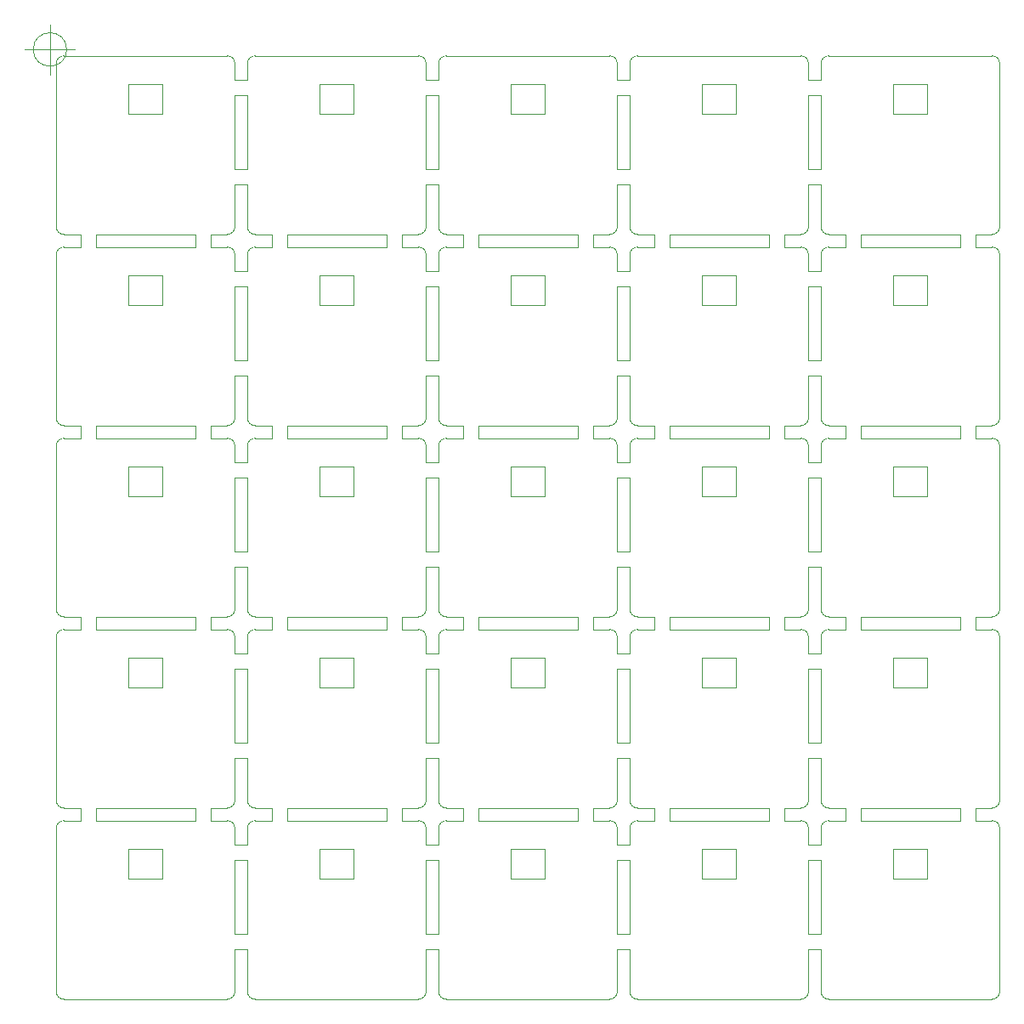
<source format=gm1>
%TF.GenerationSoftware,KiCad,Pcbnew,(6.0.0-0)*%
%TF.CreationDate,2022-01-08T22:40:35+00:00*%
%TF.ProjectId,Sarcodina,53617263-6f64-4696-9e61-2e6b69636164,rev?*%
%TF.SameCoordinates,Original*%
%TF.FileFunction,Profile,NP*%
%FSLAX46Y46*%
G04 Gerber Fmt 4.6, Leading zero omitted, Abs format (unit mm)*
G04 Created by KiCad (PCBNEW (6.0.0-0)) date 2022-01-08 22:40:35*
%MOMM*%
%LPD*%
G01*
G04 APERTURE LIST*
%TA.AperFunction,Profile*%
%ADD10C,0.100000*%
%TD*%
%TA.AperFunction,Profile*%
%ADD11C,0.120000*%
%TD*%
G04 APERTURE END LIST*
D10*
X42037000Y-88106250D02*
X42037000Y-102711250D01*
X59055000Y-122523250D02*
G75*
G03*
X59817000Y-121761250I33357J728643D01*
G01*
X101600000Y-65373250D02*
X99949000Y-65373250D01*
X65024000Y-85693250D02*
X74930000Y-85693250D01*
X42037000Y-41370250D02*
X42037000Y-39846250D01*
X113030000Y-84423250D02*
X103124000Y-84423250D01*
X80137000Y-41370250D02*
X80137000Y-45561250D01*
X122174000Y-66643250D02*
X132080000Y-66643250D01*
X59817000Y-86455250D02*
X59817000Y-88106250D01*
X42037000Y-41370250D02*
X42037000Y-45561250D01*
X45974000Y-47593250D02*
X55880000Y-47593250D01*
X80137000Y-70580250D02*
X78867000Y-70580250D01*
X97155000Y-103473250D02*
X95504000Y-103473250D01*
X61087000Y-117570250D02*
X61087000Y-121761250D01*
X42037000Y-69056250D02*
X42037000Y-83661250D01*
X61087000Y-60420250D02*
X61087000Y-64611250D01*
X44450000Y-84423250D02*
X42799000Y-84423250D01*
X93980000Y-84423250D02*
X84074000Y-84423250D01*
X135255000Y-65373250D02*
G75*
G03*
X136017000Y-64611250I33357J728643D01*
G01*
X118237000Y-51530250D02*
X118237000Y-58896250D01*
X136017000Y-29305250D02*
X136017000Y-45561250D01*
X116205000Y-46323250D02*
X114554000Y-46323250D01*
X74930000Y-65373250D02*
X65024000Y-65373250D01*
X97155000Y-103473250D02*
G75*
G03*
X97917000Y-102711250I33357J728643D01*
G01*
X97917000Y-117570250D02*
X97917000Y-121761250D01*
X80899000Y-85693250D02*
X82550000Y-85693250D01*
X116205000Y-46323250D02*
G75*
G03*
X116967000Y-45561250I33357J728643D01*
G01*
X118237000Y-48355250D02*
X118237000Y-50006250D01*
X99187000Y-64611250D02*
G75*
G03*
X99949000Y-65373250I728643J-33357D01*
G01*
X61087000Y-117570250D02*
X59817000Y-117570250D01*
X118237000Y-121761250D02*
G75*
G03*
X118999000Y-122523250I728643J-33357D01*
G01*
X61087000Y-83661250D02*
G75*
G03*
X61849000Y-84423250I728643J-33357D01*
G01*
X118237000Y-117570250D02*
X118237000Y-121761250D01*
X99187000Y-32480250D02*
X99187000Y-39846250D01*
X78867000Y-67405250D02*
X78867000Y-69056250D01*
X135255000Y-84423250D02*
X133604000Y-84423250D01*
X59817000Y-29305250D02*
G75*
G03*
X59055000Y-28543250I-728643J33357D01*
G01*
X118999000Y-47593250D02*
G75*
G03*
X118237000Y-48355250I-33357J-728643D01*
G01*
X97917000Y-51530250D02*
X97917000Y-58896250D01*
X118237000Y-89630250D02*
X118237000Y-96996250D01*
X135255000Y-103473250D02*
X133604000Y-103473250D01*
X97917000Y-79470250D02*
X97917000Y-83661250D01*
X95504000Y-47593250D02*
X97155000Y-47593250D01*
X97917000Y-29305250D02*
X97917000Y-30956250D01*
X116205000Y-122523250D02*
X99949000Y-122523250D01*
X61849000Y-85693250D02*
G75*
G03*
X61087000Y-86455250I-33357J-728643D01*
G01*
X116967000Y-79470250D02*
X116967000Y-83661250D01*
X59817000Y-98520250D02*
X59817000Y-102711250D01*
X101600000Y-46323250D02*
X99949000Y-46323250D01*
X63500000Y-47593250D02*
X63500000Y-46323250D01*
X45974000Y-66643250D02*
X55880000Y-66643250D01*
X82550000Y-65373250D02*
X80899000Y-65373250D01*
X93980000Y-65373250D02*
X84074000Y-65373250D01*
X59817000Y-86455250D02*
G75*
G03*
X59055000Y-85693250I-728643J33357D01*
G01*
X80137000Y-96996250D02*
X78867000Y-96996250D01*
X116205000Y-84423250D02*
X114554000Y-84423250D01*
X57404000Y-104743250D02*
X59055000Y-104743250D01*
X120650000Y-46323250D02*
X118999000Y-46323250D01*
X118237000Y-70580250D02*
X118237000Y-77946250D01*
X61087000Y-45561250D02*
G75*
G03*
X61849000Y-46323250I728643J-33357D01*
G01*
X122174000Y-85693250D02*
X132080000Y-85693250D01*
X61087000Y-121761250D02*
G75*
G03*
X61849000Y-122523250I728643J-33357D01*
G01*
X82550000Y-46323250D02*
X80899000Y-46323250D01*
X61087000Y-41370250D02*
X61087000Y-45561250D01*
X74930000Y-103473250D02*
X65024000Y-103473250D01*
X97917000Y-48355250D02*
G75*
G03*
X97155000Y-47593250I-728643J33357D01*
G01*
X116967000Y-89630250D02*
X116967000Y-96996250D01*
X99187000Y-51530250D02*
X97917000Y-51530250D01*
X61087000Y-29305250D02*
X61087000Y-30956250D01*
X45974000Y-104743250D02*
X55880000Y-104743250D01*
X116967000Y-108680250D02*
X116967000Y-116046250D01*
X61849000Y-104743250D02*
X63500000Y-104743250D01*
X82550000Y-103473250D02*
X80899000Y-103473250D01*
X42799000Y-85693250D02*
X44450000Y-85693250D01*
X97917000Y-29305250D02*
G75*
G03*
X97155000Y-28543250I-728643J33357D01*
G01*
X78867000Y-41370250D02*
X78867000Y-45561250D01*
X120650000Y-65373250D02*
X118999000Y-65373250D01*
X57404000Y-104743250D02*
X57404000Y-103473250D01*
X136017000Y-29305250D02*
G75*
G03*
X135255000Y-28543250I-728643J33357D01*
G01*
X99949000Y-66643250D02*
G75*
G03*
X99187000Y-67405250I-33357J-728643D01*
G01*
X82550000Y-104743250D02*
X82550000Y-103473250D01*
X59055000Y-103473250D02*
G75*
G03*
X59817000Y-102711250I33357J728643D01*
G01*
X99187000Y-98520250D02*
X97917000Y-98520250D01*
X57404000Y-66643250D02*
X57404000Y-65373250D01*
X63500000Y-85693250D02*
X63500000Y-84423250D01*
X133604000Y-66643250D02*
X133604000Y-65373250D01*
X63500000Y-103473250D02*
X61849000Y-103473250D01*
X97155000Y-84423250D02*
G75*
G03*
X97917000Y-83661250I33357J728643D01*
G01*
X78867000Y-105505250D02*
G75*
G03*
X78105000Y-104743250I-728643J33357D01*
G01*
X61087000Y-108680250D02*
X61087000Y-116046250D01*
X61849000Y-47593250D02*
G75*
G03*
X61087000Y-48355250I-33357J-728643D01*
G01*
X74930000Y-84423250D02*
X65024000Y-84423250D01*
X118999000Y-28543250D02*
X135255000Y-28543250D01*
X42037000Y-107156250D02*
X42037000Y-121761250D01*
X63500000Y-104743250D02*
X63500000Y-103473250D01*
X99187000Y-105505250D02*
X99187000Y-107156250D01*
X95504000Y-66643250D02*
X97155000Y-66643250D01*
X61087000Y-32480250D02*
X59817000Y-32480250D01*
X42037000Y-30956250D02*
X42037000Y-32480250D01*
X59055000Y-103473250D02*
X57404000Y-103473250D01*
X118999000Y-104743250D02*
G75*
G03*
X118237000Y-105505250I-33357J-728643D01*
G01*
X59817000Y-70580250D02*
X59817000Y-77946250D01*
X61087000Y-30956250D02*
X59817000Y-30956250D01*
X42037000Y-50006250D02*
X42037000Y-64611250D01*
X116205000Y-103473250D02*
G75*
G03*
X116967000Y-102711250I33357J728643D01*
G01*
X55880000Y-84423250D02*
X45974000Y-84423250D01*
X116205000Y-122523250D02*
G75*
G03*
X116967000Y-121761250I33357J728643D01*
G01*
X99187000Y-89630250D02*
X99187000Y-96996250D01*
X61087000Y-116046250D02*
X59817000Y-116046250D01*
X97917000Y-98520250D02*
X97917000Y-102711250D01*
X122174000Y-47593250D02*
X132080000Y-47593250D01*
X133604000Y-66643250D02*
X135255000Y-66643250D01*
X42799000Y-47593250D02*
X44450000Y-47593250D01*
X116967000Y-117570250D02*
X116967000Y-121761250D01*
X80137000Y-121761250D02*
G75*
G03*
X80899000Y-122523250I728643J-33357D01*
G01*
X59817000Y-79470250D02*
X59817000Y-83661250D01*
X42799000Y-66643250D02*
X44450000Y-66643250D01*
X103124000Y-85693250D02*
X113030000Y-85693250D01*
X78867000Y-29305250D02*
G75*
G03*
X78105000Y-28543250I-728643J33357D01*
G01*
X78867000Y-108680250D02*
X78867000Y-116046250D01*
X114554000Y-104743250D02*
X114554000Y-103473250D01*
X59055000Y-65373250D02*
X57404000Y-65373250D01*
X42799000Y-28543250D02*
G75*
G03*
X42037000Y-29305250I-33357J-728643D01*
G01*
X99949000Y-28543250D02*
X116205000Y-28543250D01*
X116967000Y-67405250D02*
X116967000Y-69056250D01*
X93980000Y-47593250D02*
X93980000Y-46323250D01*
X118237000Y-50006250D02*
X116967000Y-50006250D01*
X118237000Y-83661250D02*
G75*
G03*
X118999000Y-84423250I728643J-33357D01*
G01*
X78867000Y-117570250D02*
X78867000Y-121761250D01*
X93980000Y-85693250D02*
X93980000Y-84423250D01*
X113030000Y-46323250D02*
X103124000Y-46323250D01*
X116967000Y-41370250D02*
X116967000Y-45561250D01*
X84074000Y-47593250D02*
X93980000Y-47593250D01*
X57404000Y-85693250D02*
X59055000Y-85693250D01*
X80137000Y-83661250D02*
G75*
G03*
X80899000Y-84423250I728643J-33357D01*
G01*
X136017000Y-67405250D02*
G75*
G03*
X135255000Y-66643250I-728643J33357D01*
G01*
X103124000Y-66643250D02*
X113030000Y-66643250D01*
X42037000Y-102711250D02*
G75*
G03*
X42799000Y-103473250I728643J-33357D01*
G01*
X44450000Y-46323250D02*
X42799000Y-46323250D01*
X132080000Y-46323250D02*
X122174000Y-46323250D01*
X59817000Y-67405250D02*
G75*
G03*
X59055000Y-66643250I-728643J33357D01*
G01*
X135255000Y-103473250D02*
G75*
G03*
X136017000Y-102711250I33357J728643D01*
G01*
X82550000Y-85693250D02*
X82550000Y-84423250D01*
X133604000Y-47593250D02*
X133604000Y-46323250D01*
X59055000Y-46323250D02*
X57404000Y-46323250D01*
X61849000Y-28543250D02*
X78105000Y-28543250D01*
X99187000Y-79470250D02*
X97917000Y-79470250D01*
X80899000Y-47593250D02*
X82550000Y-47593250D01*
X101600000Y-103473250D02*
X99949000Y-103473250D01*
X93980000Y-46323250D02*
X84074000Y-46323250D01*
X116967000Y-29305250D02*
G75*
G03*
X116205000Y-28543250I-728643J33357D01*
G01*
X63500000Y-46323250D02*
X61849000Y-46323250D01*
X136017000Y-105505250D02*
G75*
G03*
X135255000Y-104743250I-728643J33357D01*
G01*
X97917000Y-41370250D02*
X97917000Y-45561250D01*
X103124000Y-104743250D02*
X113030000Y-104743250D01*
X136017000Y-48355250D02*
G75*
G03*
X135255000Y-47593250I-728643J33357D01*
G01*
X120650000Y-47593250D02*
X120650000Y-46323250D01*
X116967000Y-51530250D02*
X116967000Y-58896250D01*
X42037000Y-64611250D02*
G75*
G03*
X42799000Y-65373250I728643J-33357D01*
G01*
X80899000Y-66643250D02*
X82550000Y-66643250D01*
X118237000Y-105505250D02*
X118237000Y-107156250D01*
X61087000Y-50006250D02*
X59817000Y-50006250D01*
X116967000Y-98520250D02*
X116967000Y-102711250D01*
X80137000Y-86455250D02*
X80137000Y-88106250D01*
X118237000Y-96996250D02*
X116967000Y-96996250D01*
X97917000Y-60420250D02*
X97917000Y-64611250D01*
X118999000Y-104743250D02*
X120650000Y-104743250D01*
X99187000Y-107156250D02*
X97917000Y-107156250D01*
X116967000Y-48355250D02*
G75*
G03*
X116205000Y-47593250I-728643J33357D01*
G01*
X97917000Y-105505250D02*
G75*
G03*
X97155000Y-104743250I-728643J33357D01*
G01*
X42037000Y-29305250D02*
X42037000Y-30956250D01*
X101600000Y-104743250D02*
X101600000Y-103473250D01*
X113030000Y-103473250D02*
X103124000Y-103473250D01*
X99949000Y-85693250D02*
X101600000Y-85693250D01*
X82550000Y-84423250D02*
X80899000Y-84423250D01*
X135255000Y-46323250D02*
X133604000Y-46323250D01*
X99187000Y-50006250D02*
X97917000Y-50006250D01*
X42037000Y-83661250D02*
G75*
G03*
X42799000Y-84423250I728643J-33357D01*
G01*
X78867000Y-98520250D02*
X78867000Y-102711250D01*
X59817000Y-29305250D02*
X59817000Y-30956250D01*
X135255000Y-65373250D02*
X133604000Y-65373250D01*
X61087000Y-96996250D02*
X59817000Y-96996250D01*
X59055000Y-122523250D02*
X42799000Y-122523250D01*
X97917000Y-86455250D02*
X97917000Y-88106250D01*
X61087000Y-88106250D02*
X59817000Y-88106250D01*
X78105000Y-84423250D02*
G75*
G03*
X78867000Y-83661250I33357J728643D01*
G01*
X80899000Y-28543250D02*
G75*
G03*
X80137000Y-29305250I-33357J-728643D01*
G01*
X45974000Y-66643250D02*
X45974000Y-65373250D01*
X118237000Y-60420250D02*
X118237000Y-64611250D01*
X44450000Y-65373250D02*
X42799000Y-65373250D01*
X76454000Y-66643250D02*
X78105000Y-66643250D01*
X80137000Y-108680250D02*
X80137000Y-116046250D01*
X57404000Y-47593250D02*
X57404000Y-46323250D01*
X113030000Y-66643250D02*
X113030000Y-65373250D01*
X65024000Y-104743250D02*
X74930000Y-104743250D01*
X80137000Y-116046250D02*
X78867000Y-116046250D01*
X97155000Y-65373250D02*
X95504000Y-65373250D01*
X61849000Y-28543250D02*
G75*
G03*
X61087000Y-29305250I-33357J-728643D01*
G01*
X44450000Y-104743250D02*
X44450000Y-103473250D01*
X80899000Y-104743250D02*
G75*
G03*
X80137000Y-105505250I-33357J-728643D01*
G01*
X63500000Y-65373250D02*
X61849000Y-65373250D01*
X80137000Y-51530250D02*
X80137000Y-58896250D01*
X61087000Y-107156250D02*
X59817000Y-107156250D01*
X42037000Y-45561250D02*
G75*
G03*
X42799000Y-46323250I728643J-33357D01*
G01*
X116205000Y-65373250D02*
X114554000Y-65373250D01*
X61087000Y-41370250D02*
X59817000Y-41370250D01*
X99187000Y-67405250D02*
X99187000Y-69056250D01*
X118237000Y-102711250D02*
G75*
G03*
X118999000Y-103473250I728643J-33357D01*
G01*
X132080000Y-84423250D02*
X122174000Y-84423250D01*
X133604000Y-85693250D02*
X133604000Y-84423250D01*
X42037000Y-86455250D02*
X42037000Y-88106250D01*
X80899000Y-28543250D02*
X97155000Y-28543250D01*
X78105000Y-65373250D02*
G75*
G03*
X78867000Y-64611250I33357J728643D01*
G01*
X61087000Y-58896250D02*
X59817000Y-58896250D01*
X59817000Y-105505250D02*
G75*
G03*
X59055000Y-104743250I-728643J33357D01*
G01*
X116967000Y-105505250D02*
G75*
G03*
X116205000Y-104743250I-728643J33357D01*
G01*
X61087000Y-67405250D02*
X61087000Y-69056250D01*
X82550000Y-66643250D02*
X82550000Y-65373250D01*
X78867000Y-48355250D02*
X78867000Y-50006250D01*
X61087000Y-64611250D02*
G75*
G03*
X61849000Y-65373250I728643J-33357D01*
G01*
X45974000Y-85693250D02*
X45974000Y-84423250D01*
X114554000Y-66643250D02*
X116205000Y-66643250D01*
X44450000Y-103473250D02*
X42799000Y-103473250D01*
X65024000Y-47593250D02*
X65024000Y-46323250D01*
X132080000Y-104743250D02*
X132080000Y-103473250D01*
X118237000Y-29305250D02*
X118237000Y-30956250D01*
X80137000Y-60420250D02*
X80137000Y-64611250D01*
X80137000Y-117570250D02*
X80137000Y-121761250D01*
X55880000Y-46323250D02*
X45974000Y-46323250D01*
X118237000Y-98520250D02*
X118237000Y-102711250D01*
X80137000Y-45561250D02*
G75*
G03*
X80899000Y-46323250I728643J-33357D01*
G01*
X84074000Y-104743250D02*
X84074000Y-103473250D01*
X78867000Y-29305250D02*
X78867000Y-30956250D01*
X61087000Y-77946250D02*
X59817000Y-77946250D01*
X132080000Y-85693250D02*
X132080000Y-84423250D01*
X133604000Y-47593250D02*
X135255000Y-47593250D01*
X59817000Y-41370250D02*
X59817000Y-45561250D01*
X61087000Y-69056250D02*
X59817000Y-69056250D01*
X42037000Y-67405250D02*
X42037000Y-69056250D01*
X55880000Y-65373250D02*
X45974000Y-65373250D01*
X57404000Y-47593250D02*
X59055000Y-47593250D01*
X118237000Y-116046250D02*
X116967000Y-116046250D01*
X97155000Y-122523250D02*
X80899000Y-122523250D01*
X80899000Y-104743250D02*
X82550000Y-104743250D01*
X118237000Y-70580250D02*
X116967000Y-70580250D01*
X97155000Y-46323250D02*
G75*
G03*
X97917000Y-45561250I33357J728643D01*
G01*
X84074000Y-85693250D02*
X84074000Y-84423250D01*
X45974000Y-47593250D02*
X45974000Y-46323250D01*
X61849000Y-104743250D02*
G75*
G03*
X61087000Y-105505250I-33357J-728643D01*
G01*
X80137000Y-79470250D02*
X80137000Y-83661250D01*
X97155000Y-65373250D02*
G75*
G03*
X97917000Y-64611250I33357J728643D01*
G01*
X65024000Y-85693250D02*
X65024000Y-84423250D01*
X99187000Y-116046250D02*
X97917000Y-116046250D01*
X78105000Y-103473250D02*
X76454000Y-103473250D01*
X63500000Y-66643250D02*
X63500000Y-65373250D01*
X80137000Y-69056250D02*
X78867000Y-69056250D01*
X65024000Y-47593250D02*
X74930000Y-47593250D01*
X114554000Y-104743250D02*
X116205000Y-104743250D01*
X80137000Y-102711250D02*
G75*
G03*
X80899000Y-103473250I728643J-33357D01*
G01*
X99187000Y-41370250D02*
X99187000Y-45561250D01*
X55880000Y-85693250D02*
X55880000Y-84423250D01*
X84074000Y-104743250D02*
X93980000Y-104743250D01*
X42037000Y-105505250D02*
X42037000Y-107156250D01*
X97155000Y-122523250D02*
G75*
G03*
X97917000Y-121761250I33357J728643D01*
G01*
X65024000Y-66643250D02*
X74930000Y-66643250D01*
X99187000Y-41370250D02*
X97917000Y-41370250D01*
X99187000Y-117570250D02*
X99187000Y-121761250D01*
X84074000Y-66643250D02*
X93980000Y-66643250D01*
X78867000Y-86455250D02*
X78867000Y-88106250D01*
X97917000Y-67405250D02*
X97917000Y-69056250D01*
X99949000Y-47593250D02*
G75*
G03*
X99187000Y-48355250I-33357J-728643D01*
G01*
X55880000Y-47593250D02*
X55880000Y-46323250D01*
X61087000Y-98520250D02*
X61087000Y-102711250D01*
X80137000Y-108680250D02*
X78867000Y-108680250D01*
X59817000Y-60420250D02*
X59817000Y-64611250D01*
X132080000Y-47593250D02*
X132080000Y-46323250D01*
X84074000Y-85693250D02*
X93980000Y-85693250D01*
X116967000Y-60420250D02*
X116967000Y-64611250D01*
X78105000Y-122523250D02*
X61849000Y-122523250D01*
X78867000Y-67405250D02*
G75*
G03*
X78105000Y-66643250I-728643J33357D01*
G01*
X59817000Y-48355250D02*
G75*
G03*
X59055000Y-47593250I-728643J33357D01*
G01*
X99187000Y-102711250D02*
G75*
G03*
X99949000Y-103473250I728643J-33357D01*
G01*
X78867000Y-86455250D02*
G75*
G03*
X78105000Y-85693250I-728643J33357D01*
G01*
X45974000Y-104743250D02*
X45974000Y-103473250D01*
X97917000Y-67405250D02*
G75*
G03*
X97155000Y-66643250I-728643J33357D01*
G01*
X132080000Y-65373250D02*
X122174000Y-65373250D01*
X97917000Y-86455250D02*
G75*
G03*
X97155000Y-85693250I-728643J33357D01*
G01*
X80899000Y-66643250D02*
G75*
G03*
X80137000Y-67405250I-33357J-728643D01*
G01*
X113030000Y-65373250D02*
X103124000Y-65373250D01*
X116967000Y-86455250D02*
X116967000Y-88106250D01*
X99187000Y-70580250D02*
X99187000Y-77946250D01*
X118237000Y-108680250D02*
X118237000Y-116046250D01*
X80899000Y-47593250D02*
G75*
G03*
X80137000Y-48355250I-33357J-728643D01*
G01*
X118237000Y-107156250D02*
X116967000Y-107156250D01*
X118237000Y-89630250D02*
X116967000Y-89630250D01*
X99187000Y-32480250D02*
X97917000Y-32480250D01*
X120650000Y-66643250D02*
X120650000Y-65373250D01*
X42799000Y-85693250D02*
G75*
G03*
X42037000Y-86455250I-33357J-728643D01*
G01*
X118237000Y-39846250D02*
X116967000Y-39846250D01*
X118237000Y-67405250D02*
X118237000Y-69056250D01*
X42799000Y-47593250D02*
G75*
G03*
X42037000Y-48355250I-33357J-728643D01*
G01*
X61849000Y-66643250D02*
G75*
G03*
X61087000Y-67405250I-33357J-728643D01*
G01*
X80137000Y-48355250D02*
X80137000Y-50006250D01*
X61087000Y-79470250D02*
X59817000Y-79470250D01*
X99949000Y-85693250D02*
G75*
G03*
X99187000Y-86455250I-33357J-728643D01*
G01*
X61849000Y-66643250D02*
X63500000Y-66643250D01*
X57404000Y-66643250D02*
X59055000Y-66643250D01*
X95504000Y-85693250D02*
X95504000Y-84423250D01*
X61087000Y-39846250D02*
X59817000Y-39846250D01*
X61849000Y-47593250D02*
X63500000Y-47593250D01*
X95504000Y-85693250D02*
X97155000Y-85693250D01*
X78867000Y-70580250D02*
X78867000Y-77946250D01*
X99187000Y-96996250D02*
X97917000Y-96996250D01*
X99187000Y-39846250D02*
X97917000Y-39846250D01*
X136017000Y-67405250D02*
X136017000Y-83661250D01*
X61087000Y-86455250D02*
X61087000Y-88106250D01*
X78105000Y-46323250D02*
X76454000Y-46323250D01*
X116967000Y-70580250D02*
X116967000Y-77946250D01*
X99949000Y-104743250D02*
G75*
G03*
X99187000Y-105505250I-33357J-728643D01*
G01*
X80137000Y-60420250D02*
X78867000Y-60420250D01*
X57404000Y-85693250D02*
X57404000Y-84423250D01*
X59055000Y-84423250D02*
X57404000Y-84423250D01*
X42799000Y-104743250D02*
G75*
G03*
X42037000Y-105505250I-33357J-728643D01*
G01*
X135255000Y-46323250D02*
G75*
G03*
X136017000Y-45561250I33357J728643D01*
G01*
X99949000Y-104743250D02*
X101600000Y-104743250D01*
X99187000Y-29305250D02*
X99187000Y-30956250D01*
X136017000Y-105505250D02*
X136017000Y-121761250D01*
X118237000Y-77946250D02*
X116967000Y-77946250D01*
X99187000Y-45561250D02*
G75*
G03*
X99949000Y-46323250I728643J-33357D01*
G01*
X74930000Y-85693250D02*
X74930000Y-84423250D01*
X116967000Y-29305250D02*
X116967000Y-30956250D01*
X84074000Y-66643250D02*
X84074000Y-65373250D01*
X59055000Y-84423250D02*
G75*
G03*
X59817000Y-83661250I33357J728643D01*
G01*
X97917000Y-70580250D02*
X97917000Y-77946250D01*
X118237000Y-64611250D02*
G75*
G03*
X118999000Y-65373250I728643J-33357D01*
G01*
X80137000Y-51530250D02*
X78867000Y-51530250D01*
X135255000Y-122523250D02*
G75*
G03*
X136017000Y-121761250I33357J728643D01*
G01*
X80137000Y-50006250D02*
X78867000Y-50006250D01*
X42037000Y-48355250D02*
X42037000Y-50006250D01*
X78105000Y-103473250D02*
G75*
G03*
X78867000Y-102711250I33357J728643D01*
G01*
X101600000Y-47593250D02*
X101600000Y-46323250D01*
X99949000Y-47593250D02*
X101600000Y-47593250D01*
X114554000Y-66643250D02*
X114554000Y-65373250D01*
X78867000Y-79470250D02*
X78867000Y-83661250D01*
X99187000Y-88106250D02*
X97917000Y-88106250D01*
X118237000Y-88106250D02*
X116967000Y-88106250D01*
X118237000Y-79470250D02*
X116967000Y-79470250D01*
X78105000Y-65373250D02*
X76454000Y-65373250D01*
X120650000Y-84423250D02*
X118999000Y-84423250D01*
X97917000Y-108680250D02*
X97917000Y-116046250D01*
X59817000Y-117570250D02*
X59817000Y-121761250D01*
X84074000Y-47593250D02*
X84074000Y-46323250D01*
X78105000Y-122523250D02*
G75*
G03*
X78867000Y-121761250I33357J728643D01*
G01*
X118237000Y-60420250D02*
X116967000Y-60420250D01*
X118999000Y-85693250D02*
G75*
G03*
X118237000Y-86455250I-33357J-728643D01*
G01*
X74930000Y-46323250D02*
X65024000Y-46323250D01*
X76454000Y-85693250D02*
X78105000Y-85693250D01*
X118237000Y-108680250D02*
X116967000Y-108680250D01*
X45974000Y-85693250D02*
X55880000Y-85693250D01*
X76454000Y-47593250D02*
X78105000Y-47593250D01*
X101600000Y-85693250D02*
X101600000Y-84423250D01*
X80137000Y-105505250D02*
X80137000Y-107156250D01*
X44450000Y-85693250D02*
X44450000Y-84423250D01*
X95504000Y-47593250D02*
X95504000Y-46323250D01*
X118237000Y-41370250D02*
X118237000Y-45561250D01*
X59817000Y-89630250D02*
X59817000Y-96996250D01*
X61087000Y-48355250D02*
X61087000Y-50006250D01*
X65024000Y-66643250D02*
X65024000Y-65373250D01*
X80899000Y-85693250D02*
G75*
G03*
X80137000Y-86455250I-33357J-728643D01*
G01*
X95504000Y-104743250D02*
X95504000Y-103473250D01*
X80137000Y-88106250D02*
X78867000Y-88106250D01*
X103124000Y-104743250D02*
X103124000Y-103473250D01*
X59817000Y-51530250D02*
X59817000Y-58896250D01*
X113030000Y-85693250D02*
X113030000Y-84423250D01*
X99187000Y-70580250D02*
X97917000Y-70580250D01*
X42799000Y-28543250D02*
X59055000Y-28543250D01*
X44450000Y-66643250D02*
X44450000Y-65373250D01*
X116205000Y-84423250D02*
G75*
G03*
X116967000Y-83661250I33357J728643D01*
G01*
X97155000Y-46323250D02*
X95504000Y-46323250D01*
X65024000Y-104743250D02*
X65024000Y-103473250D01*
X118237000Y-41370250D02*
X116967000Y-41370250D01*
X80137000Y-89630250D02*
X78867000Y-89630250D01*
X55880000Y-66643250D02*
X55880000Y-65373250D01*
X61849000Y-85693250D02*
X63500000Y-85693250D01*
X118999000Y-85693250D02*
X120650000Y-85693250D01*
X135255000Y-84423250D02*
G75*
G03*
X136017000Y-83661250I33357J728643D01*
G01*
X118237000Y-86455250D02*
X118237000Y-88106250D01*
X80137000Y-70580250D02*
X80137000Y-77946250D01*
X133604000Y-85693250D02*
X135255000Y-85693250D01*
X80137000Y-89630250D02*
X80137000Y-96996250D01*
X55880000Y-103473250D02*
X45974000Y-103473250D01*
X114554000Y-85693250D02*
X116205000Y-85693250D01*
X97917000Y-105505250D02*
X97917000Y-107156250D01*
X120650000Y-104743250D02*
X120650000Y-103473250D01*
X99187000Y-69056250D02*
X97917000Y-69056250D01*
X99187000Y-108680250D02*
X97917000Y-108680250D01*
X99187000Y-89630250D02*
X97917000Y-89630250D01*
X118237000Y-51530250D02*
X116967000Y-51530250D01*
X93980000Y-103473250D02*
X84074000Y-103473250D01*
X103124000Y-47593250D02*
X103124000Y-46323250D01*
X103124000Y-66643250D02*
X103124000Y-65373250D01*
X59055000Y-65373250D02*
G75*
G03*
X59817000Y-64611250I33357J728643D01*
G01*
X118237000Y-98520250D02*
X116967000Y-98520250D01*
X93980000Y-104743250D02*
X93980000Y-103473250D01*
X116967000Y-86455250D02*
G75*
G03*
X116205000Y-85693250I-728643J33357D01*
G01*
X99187000Y-121761250D02*
G75*
G03*
X99949000Y-122523250I728643J-33357D01*
G01*
X118237000Y-45561250D02*
G75*
G03*
X118999000Y-46323250I728643J-33357D01*
G01*
X122174000Y-104743250D02*
X132080000Y-104743250D01*
X99187000Y-86455250D02*
X99187000Y-88106250D01*
X44450000Y-47593250D02*
X44450000Y-46323250D01*
X61087000Y-32480250D02*
X61087000Y-39846250D01*
X114554000Y-47593250D02*
X114554000Y-46323250D01*
X80137000Y-32480250D02*
X78867000Y-32480250D01*
X116967000Y-32480250D02*
X116967000Y-39846250D01*
X122174000Y-85693250D02*
X122174000Y-84423250D01*
X136017000Y-86455250D02*
X136017000Y-102711250D01*
X80137000Y-67405250D02*
X80137000Y-69056250D01*
X136017000Y-48355250D02*
X136017000Y-64611250D01*
X132080000Y-66643250D02*
X132080000Y-65373250D01*
X99187000Y-60420250D02*
X99187000Y-64611250D01*
X63500000Y-84423250D02*
X61849000Y-84423250D01*
X118237000Y-32480250D02*
X118237000Y-39846250D01*
X74930000Y-66643250D02*
X74930000Y-65373250D01*
X118999000Y-66643250D02*
X120650000Y-66643250D01*
X99187000Y-77946250D02*
X97917000Y-77946250D01*
X78867000Y-48355250D02*
G75*
G03*
X78105000Y-47593250I-728643J33357D01*
G01*
X99949000Y-66643250D02*
X101600000Y-66643250D01*
X76454000Y-85693250D02*
X76454000Y-84423250D01*
X99949000Y-28543250D02*
G75*
G03*
X99187000Y-29305250I-33357J-728643D01*
G01*
X80137000Y-58896250D02*
X78867000Y-58896250D01*
X114554000Y-85693250D02*
X114554000Y-84423250D01*
X120650000Y-103473250D02*
X118999000Y-103473250D01*
X78105000Y-46323250D02*
G75*
G03*
X78867000Y-45561250I33357J728643D01*
G01*
X132080000Y-103473250D02*
X122174000Y-103473250D01*
X61087000Y-108680250D02*
X59817000Y-108680250D01*
X80137000Y-30956250D02*
X78867000Y-30956250D01*
X78867000Y-51530250D02*
X78867000Y-58896250D01*
X80137000Y-64611250D02*
G75*
G03*
X80899000Y-65373250I728643J-33357D01*
G01*
X82550000Y-47593250D02*
X82550000Y-46323250D01*
X80137000Y-32480250D02*
X80137000Y-39846250D01*
X116205000Y-65373250D02*
G75*
G03*
X116967000Y-64611250I33357J728643D01*
G01*
X59817000Y-32480250D02*
X59817000Y-39846250D01*
X78867000Y-32480250D02*
X78867000Y-39846250D01*
X122174000Y-104743250D02*
X122174000Y-103473250D01*
X135255000Y-122523250D02*
X118999000Y-122523250D01*
X76454000Y-66643250D02*
X76454000Y-65373250D01*
X42799000Y-66643250D02*
G75*
G03*
X42037000Y-67405250I-33357J-728643D01*
G01*
X99187000Y-79470250D02*
X99187000Y-83661250D01*
X99187000Y-51530250D02*
X99187000Y-58896250D01*
X133604000Y-104743250D02*
X135255000Y-104743250D01*
X80137000Y-107156250D02*
X78867000Y-107156250D01*
X118237000Y-69056250D02*
X116967000Y-69056250D01*
X61087000Y-89630250D02*
X59817000Y-89630250D01*
X61087000Y-70580250D02*
X59817000Y-70580250D01*
X80137000Y-79470250D02*
X78867000Y-79470250D01*
X103124000Y-85693250D02*
X103124000Y-84423250D01*
X122174000Y-47593250D02*
X122174000Y-46323250D01*
X118237000Y-117570250D02*
X116967000Y-117570250D01*
X101600000Y-84423250D02*
X99949000Y-84423250D01*
X80137000Y-98520250D02*
X80137000Y-102711250D01*
X78867000Y-89630250D02*
X78867000Y-96996250D01*
X116967000Y-48355250D02*
X116967000Y-50006250D01*
X80137000Y-98520250D02*
X78867000Y-98520250D01*
X76454000Y-47593250D02*
X76454000Y-46323250D01*
X78867000Y-60420250D02*
X78867000Y-64611250D01*
X61087000Y-60420250D02*
X59817000Y-60420250D01*
X59817000Y-67405250D02*
X59817000Y-69056250D01*
X78867000Y-105505250D02*
X78867000Y-107156250D01*
X120650000Y-85693250D02*
X120650000Y-84423250D01*
X116967000Y-105505250D02*
X116967000Y-107156250D01*
X61087000Y-105505250D02*
X61087000Y-107156250D01*
X116205000Y-103473250D02*
X114554000Y-103473250D01*
X74930000Y-104743250D02*
X74930000Y-103473250D01*
X118999000Y-66643250D02*
G75*
G03*
X118237000Y-67405250I-33357J-728643D01*
G01*
X99187000Y-83661250D02*
G75*
G03*
X99949000Y-84423250I728643J-33357D01*
G01*
X97155000Y-84423250D02*
X95504000Y-84423250D01*
X61087000Y-89630250D02*
X61087000Y-96996250D01*
X95504000Y-66643250D02*
X95504000Y-65373250D01*
X99187000Y-58896250D02*
X97917000Y-58896250D01*
X99187000Y-98520250D02*
X99187000Y-102711250D01*
X133604000Y-104743250D02*
X133604000Y-103473250D01*
X61087000Y-79470250D02*
X61087000Y-83661250D01*
X95504000Y-104743250D02*
X97155000Y-104743250D01*
X76454000Y-104743250D02*
X76454000Y-103473250D01*
X113030000Y-104743250D02*
X113030000Y-103473250D01*
X59817000Y-48355250D02*
X59817000Y-50006250D01*
X76454000Y-104743250D02*
X78105000Y-104743250D01*
X97917000Y-32480250D02*
X97917000Y-39846250D01*
X99187000Y-30956250D02*
X97917000Y-30956250D01*
X97917000Y-89630250D02*
X97917000Y-96996250D01*
X61087000Y-51530250D02*
X59817000Y-51530250D01*
X80137000Y-39846250D02*
X78867000Y-39846250D01*
X118999000Y-28543250D02*
G75*
G03*
X118237000Y-29305250I-33357J-728643D01*
G01*
X74930000Y-47593250D02*
X74930000Y-46323250D01*
X55880000Y-104743250D02*
X55880000Y-103473250D01*
X80137000Y-41370250D02*
X78867000Y-41370250D01*
X116967000Y-67405250D02*
G75*
G03*
X116205000Y-66643250I-728643J33357D01*
G01*
X59055000Y-46323250D02*
G75*
G03*
X59817000Y-45561250I33357J728643D01*
G01*
X118999000Y-47593250D02*
X120650000Y-47593250D01*
X99187000Y-108680250D02*
X99187000Y-116046250D01*
X61087000Y-51530250D02*
X61087000Y-58896250D01*
X118237000Y-32480250D02*
X116967000Y-32480250D01*
X80137000Y-29305250D02*
X80137000Y-30956250D01*
X118237000Y-30956250D02*
X116967000Y-30956250D01*
X80137000Y-77946250D02*
X78867000Y-77946250D01*
X118237000Y-79470250D02*
X118237000Y-83661250D01*
X99187000Y-60420250D02*
X97917000Y-60420250D01*
X42799000Y-104743250D02*
X44450000Y-104743250D01*
X103124000Y-47593250D02*
X113030000Y-47593250D01*
X93980000Y-66643250D02*
X93980000Y-65373250D01*
X122174000Y-66643250D02*
X122174000Y-65373250D01*
X42037000Y-32480250D02*
X42037000Y-39846250D01*
X101600000Y-66643250D02*
X101600000Y-65373250D01*
X136017000Y-86455250D02*
G75*
G03*
X135255000Y-85693250I-728643J33357D01*
G01*
X99187000Y-48355250D02*
X99187000Y-50006250D01*
X118237000Y-58896250D02*
X116967000Y-58896250D01*
X80137000Y-117570250D02*
X78867000Y-117570250D01*
X61087000Y-70580250D02*
X61087000Y-77946250D01*
X114554000Y-47593250D02*
X116205000Y-47593250D01*
X78105000Y-84423250D02*
X76454000Y-84423250D01*
X59817000Y-108680250D02*
X59817000Y-116046250D01*
X99187000Y-117570250D02*
X97917000Y-117570250D01*
X42037000Y-121761250D02*
G75*
G03*
X42799000Y-122523250I728643J-33357D01*
G01*
X61087000Y-102711250D02*
G75*
G03*
X61849000Y-103473250I728643J-33357D01*
G01*
X61087000Y-98520250D02*
X59817000Y-98520250D01*
X59817000Y-105505250D02*
X59817000Y-107156250D01*
X97917000Y-48355250D02*
X97917000Y-50006250D01*
X113030000Y-47593250D02*
X113030000Y-46323250D01*
X43068666Y-27908250D02*
G75*
G03*
X43068666Y-27908250I-1666666J0D01*
G01*
X38902000Y-27908250D02*
X43902000Y-27908250D01*
X41402000Y-25408250D02*
X41402000Y-30408250D01*
D11*
%TO.C,L1*%
X71677000Y-50411250D02*
X71677000Y-53411250D01*
X68277000Y-50411250D02*
X71677000Y-50411250D01*
X68277000Y-53411250D02*
X68277000Y-50411250D01*
X71677000Y-53411250D02*
X68277000Y-53411250D01*
X87327000Y-107561250D02*
X90727000Y-107561250D01*
X90727000Y-110561250D02*
X87327000Y-110561250D01*
X90727000Y-107561250D02*
X90727000Y-110561250D01*
X87327000Y-110561250D02*
X87327000Y-107561250D01*
X106377000Y-72461250D02*
X106377000Y-69461250D01*
X109777000Y-69461250D02*
X109777000Y-72461250D01*
X106377000Y-69461250D02*
X109777000Y-69461250D01*
X109777000Y-72461250D02*
X106377000Y-72461250D01*
X52627000Y-72461250D02*
X49227000Y-72461250D01*
X49227000Y-69461250D02*
X52627000Y-69461250D01*
X52627000Y-69461250D02*
X52627000Y-72461250D01*
X49227000Y-72461250D02*
X49227000Y-69461250D01*
X128827000Y-88511250D02*
X128827000Y-91511250D01*
X125427000Y-88511250D02*
X128827000Y-88511250D01*
X128827000Y-91511250D02*
X125427000Y-91511250D01*
X125427000Y-91511250D02*
X125427000Y-88511250D01*
X71677000Y-88511250D02*
X71677000Y-91511250D01*
X68277000Y-91511250D02*
X68277000Y-88511250D01*
X68277000Y-88511250D02*
X71677000Y-88511250D01*
X71677000Y-91511250D02*
X68277000Y-91511250D01*
X109777000Y-110561250D02*
X106377000Y-110561250D01*
X106377000Y-110561250D02*
X106377000Y-107561250D01*
X106377000Y-107561250D02*
X109777000Y-107561250D01*
X109777000Y-107561250D02*
X109777000Y-110561250D01*
X90727000Y-72461250D02*
X87327000Y-72461250D01*
X90727000Y-69461250D02*
X90727000Y-72461250D01*
X87327000Y-72461250D02*
X87327000Y-69461250D01*
X87327000Y-69461250D02*
X90727000Y-69461250D01*
X68277000Y-34361250D02*
X68277000Y-31361250D01*
X68277000Y-31361250D02*
X71677000Y-31361250D01*
X71677000Y-31361250D02*
X71677000Y-34361250D01*
X71677000Y-34361250D02*
X68277000Y-34361250D01*
X125427000Y-34361250D02*
X125427000Y-31361250D01*
X128827000Y-31361250D02*
X128827000Y-34361250D01*
X128827000Y-34361250D02*
X125427000Y-34361250D01*
X125427000Y-31361250D02*
X128827000Y-31361250D01*
X106377000Y-91511250D02*
X106377000Y-88511250D01*
X109777000Y-88511250D02*
X109777000Y-91511250D01*
X106377000Y-88511250D02*
X109777000Y-88511250D01*
X109777000Y-91511250D02*
X106377000Y-91511250D01*
X68277000Y-107561250D02*
X71677000Y-107561250D01*
X71677000Y-110561250D02*
X68277000Y-110561250D01*
X71677000Y-107561250D02*
X71677000Y-110561250D01*
X68277000Y-110561250D02*
X68277000Y-107561250D01*
X106377000Y-34361250D02*
X106377000Y-31361250D01*
X109777000Y-31361250D02*
X109777000Y-34361250D01*
X109777000Y-34361250D02*
X106377000Y-34361250D01*
X106377000Y-31361250D02*
X109777000Y-31361250D01*
X109777000Y-50411250D02*
X109777000Y-53411250D01*
X109777000Y-53411250D02*
X106377000Y-53411250D01*
X106377000Y-53411250D02*
X106377000Y-50411250D01*
X106377000Y-50411250D02*
X109777000Y-50411250D01*
X52627000Y-50411250D02*
X52627000Y-53411250D01*
X49227000Y-53411250D02*
X49227000Y-50411250D01*
X52627000Y-53411250D02*
X49227000Y-53411250D01*
X49227000Y-50411250D02*
X52627000Y-50411250D01*
X49227000Y-107561250D02*
X52627000Y-107561250D01*
X52627000Y-107561250D02*
X52627000Y-110561250D01*
X49227000Y-110561250D02*
X49227000Y-107561250D01*
X52627000Y-110561250D02*
X49227000Y-110561250D01*
X87327000Y-53411250D02*
X87327000Y-50411250D01*
X87327000Y-50411250D02*
X90727000Y-50411250D01*
X90727000Y-53411250D02*
X87327000Y-53411250D01*
X90727000Y-50411250D02*
X90727000Y-53411250D01*
X68277000Y-69461250D02*
X71677000Y-69461250D01*
X71677000Y-69461250D02*
X71677000Y-72461250D01*
X71677000Y-72461250D02*
X68277000Y-72461250D01*
X68277000Y-72461250D02*
X68277000Y-69461250D01*
X125427000Y-110561250D02*
X125427000Y-107561250D01*
X128827000Y-110561250D02*
X125427000Y-110561250D01*
X128827000Y-107561250D02*
X128827000Y-110561250D01*
X125427000Y-107561250D02*
X128827000Y-107561250D01*
X49227000Y-88511250D02*
X52627000Y-88511250D01*
X49227000Y-91511250D02*
X49227000Y-88511250D01*
X52627000Y-91511250D02*
X49227000Y-91511250D01*
X52627000Y-88511250D02*
X52627000Y-91511250D01*
X87327000Y-34361250D02*
X87327000Y-31361250D01*
X87327000Y-31361250D02*
X90727000Y-31361250D01*
X90727000Y-34361250D02*
X87327000Y-34361250D01*
X90727000Y-31361250D02*
X90727000Y-34361250D01*
X128827000Y-69461250D02*
X128827000Y-72461250D01*
X125427000Y-72461250D02*
X125427000Y-69461250D01*
X125427000Y-69461250D02*
X128827000Y-69461250D01*
X128827000Y-72461250D02*
X125427000Y-72461250D01*
X49227000Y-34361250D02*
X49227000Y-31361250D01*
X52627000Y-31361250D02*
X52627000Y-34361250D01*
X49227000Y-31361250D02*
X52627000Y-31361250D01*
X52627000Y-34361250D02*
X49227000Y-34361250D01*
X90727000Y-88511250D02*
X90727000Y-91511250D01*
X87327000Y-91511250D02*
X87327000Y-88511250D01*
X90727000Y-91511250D02*
X87327000Y-91511250D01*
X87327000Y-88511250D02*
X90727000Y-88511250D01*
X125427000Y-53411250D02*
X125427000Y-50411250D01*
X128827000Y-50411250D02*
X128827000Y-53411250D01*
X128827000Y-53411250D02*
X125427000Y-53411250D01*
X125427000Y-50411250D02*
X128827000Y-50411250D01*
%TD*%
M02*

</source>
